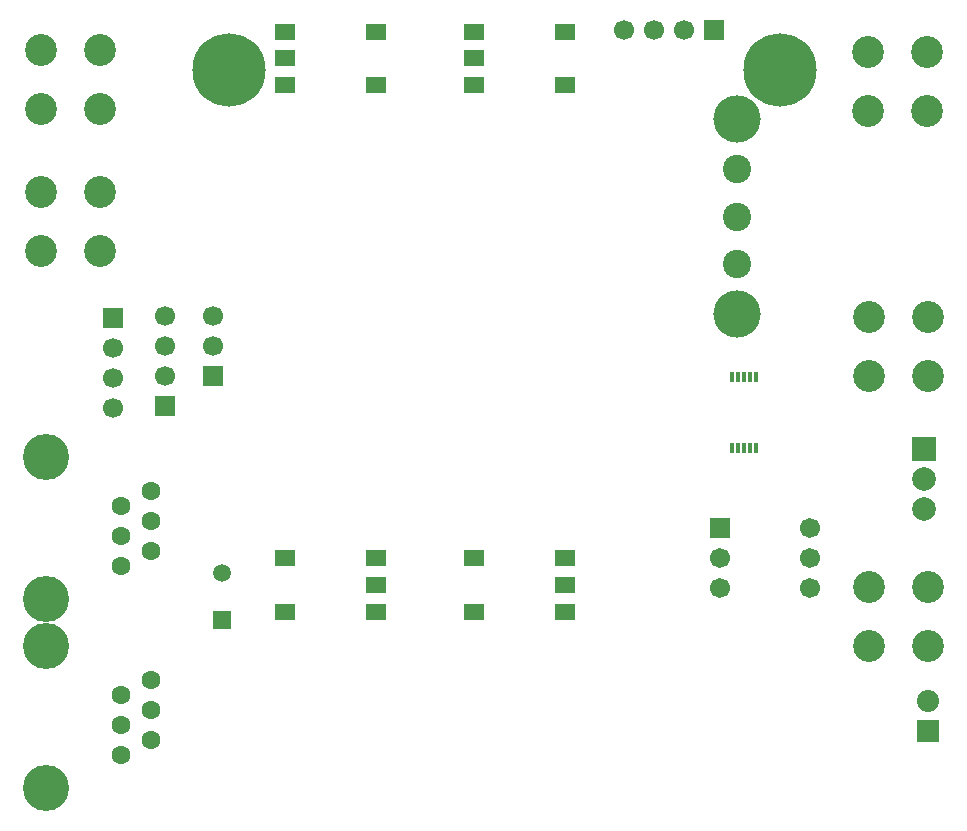
<source format=gts>
G04 (created by PCBNEW (2013-07-07 BZR 4022)-stable) date 26/11/2014 23:59:09*
%MOIN*%
G04 Gerber Fmt 3.4, Leading zero omitted, Abs format*
%FSLAX34Y34*%
G01*
G70*
G90*
G04 APERTURE LIST*
%ADD10C,0.00590551*%
%ADD11R,0.078774X0.078774*%
%ADD12C,0.078774*%
%ADD13C,0.0944882*%
%ADD14C,0.15748*%
%ADD15C,0.153574*%
%ADD16C,0.062974*%
%ADD17R,0.073874X0.073874*%
%ADD18C,0.073874*%
%ADD19C,0.244074*%
%ADD20R,0.066974X0.066974*%
%ADD21C,0.066974*%
%ADD22R,0.0669291X0.0669291*%
%ADD23C,0.0669291*%
%ADD24R,0.017674X0.037874*%
%ADD25R,0.059074X0.059074*%
%ADD26C,0.059074*%
%ADD27R,0.070874X0.055074*%
%ADD28C,0.106299*%
G04 APERTURE END LIST*
G54D10*
G54D11*
X94015Y-37582D03*
G54D12*
X94015Y-38582D03*
X94015Y-39582D03*
G54D13*
X87795Y-28267D03*
X87795Y-29842D03*
X87795Y-31417D03*
G54D14*
X87795Y-26594D03*
X87795Y-33090D03*
G54D15*
X64763Y-44173D03*
X64763Y-48897D03*
G54D16*
X68263Y-46285D03*
X67263Y-46785D03*
X68263Y-47285D03*
X67263Y-45785D03*
X68264Y-45285D03*
X67264Y-47785D03*
G54D15*
X64763Y-37874D03*
X64763Y-42598D03*
G54D16*
X68263Y-39986D03*
X67263Y-40486D03*
X68263Y-40986D03*
X67263Y-39486D03*
X68264Y-38986D03*
X67264Y-41486D03*
G54D17*
X94173Y-46996D03*
G54D18*
X94173Y-45996D03*
G54D19*
X89212Y-24960D03*
X70866Y-24960D03*
G54D20*
X87240Y-40220D03*
G54D21*
X87240Y-41220D03*
X87240Y-42220D03*
X90240Y-42220D03*
X90240Y-41220D03*
X90240Y-40220D03*
G54D22*
X68740Y-36145D03*
G54D23*
X68740Y-35145D03*
X68740Y-34145D03*
X68740Y-33145D03*
G54D22*
X87011Y-23622D03*
G54D23*
X86011Y-23622D03*
X85011Y-23622D03*
X84011Y-23622D03*
G54D22*
X70314Y-35173D03*
G54D23*
X70314Y-34173D03*
X70314Y-33173D03*
G54D24*
X88425Y-35196D03*
X88228Y-35196D03*
X88031Y-35196D03*
X87834Y-35196D03*
X87637Y-35196D03*
X87637Y-37558D03*
X87834Y-37558D03*
X88031Y-37558D03*
X88228Y-37558D03*
X88425Y-37558D03*
G54D25*
X70629Y-43306D03*
G54D26*
X70629Y-41732D03*
G54D27*
X75771Y-41235D03*
X75771Y-43015D03*
X72731Y-41235D03*
X72731Y-43015D03*
X75767Y-42125D03*
X82071Y-41235D03*
X82071Y-43015D03*
X79031Y-41235D03*
X79031Y-43015D03*
X82067Y-42125D03*
X72731Y-25456D03*
X72731Y-23676D03*
X75771Y-25456D03*
X75771Y-23676D03*
X72735Y-24566D03*
X79031Y-25456D03*
X79031Y-23676D03*
X82071Y-25456D03*
X82071Y-23676D03*
X79035Y-24566D03*
G54D22*
X67007Y-33224D03*
G54D23*
X67007Y-34224D03*
X67007Y-35224D03*
X67007Y-36224D03*
G54D28*
X92165Y-26338D03*
X94133Y-26338D03*
X94133Y-24370D03*
X92165Y-24370D03*
X66574Y-29015D03*
X64606Y-29015D03*
X64606Y-30984D03*
X66574Y-30984D03*
X92204Y-44173D03*
X94173Y-44173D03*
X94173Y-42204D03*
X92204Y-42204D03*
X92204Y-35157D03*
X94173Y-35157D03*
X94173Y-33188D03*
X92204Y-33188D03*
X66574Y-24291D03*
X64606Y-24291D03*
X64606Y-26259D03*
X66574Y-26259D03*
M02*

</source>
